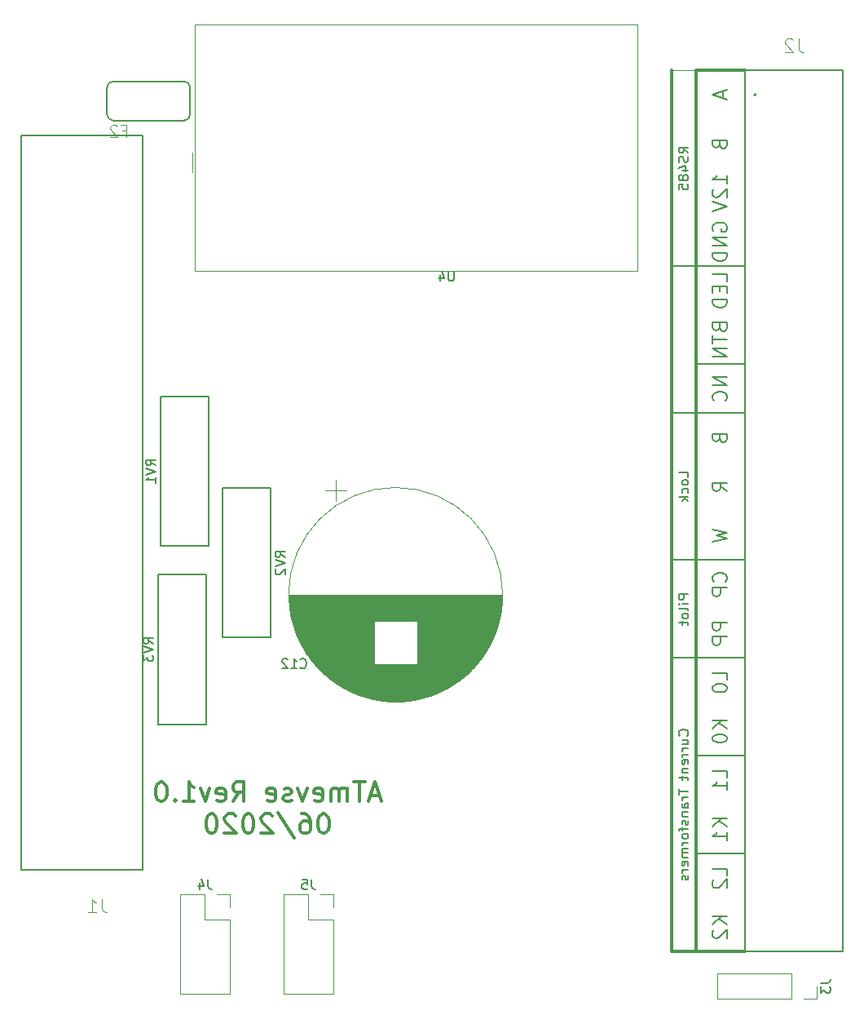
<source format=gbr>
G04 #@! TF.GenerationSoftware,KiCad,Pcbnew,(5.1.5)-3*
G04 #@! TF.CreationDate,2020-06-10T11:45:35+02:00*
G04 #@! TF.ProjectId,atmevse,61746d65-7673-4652-9e6b-696361645f70,rev?*
G04 #@! TF.SameCoordinates,Original*
G04 #@! TF.FileFunction,Legend,Bot*
G04 #@! TF.FilePolarity,Positive*
%FSLAX46Y46*%
G04 Gerber Fmt 4.6, Leading zero omitted, Abs format (unit mm)*
G04 Created by KiCad (PCBNEW (5.1.5)-3) date 2020-06-10 11:45:35*
%MOMM*%
%LPD*%
G04 APERTURE LIST*
%ADD10C,0.300000*%
%ADD11C,0.127000*%
%ADD12C,0.120000*%
%ADD13C,0.150000*%
%ADD14C,0.152400*%
%ADD15C,0.200000*%
%ADD16C,0.015000*%
%ADD17C,0.120650*%
G04 APERTURE END LIST*
D10*
X143619047Y-124433333D02*
X142666666Y-124433333D01*
X143809523Y-125004761D02*
X143142857Y-123004761D01*
X142476190Y-125004761D01*
X142095238Y-123004761D02*
X140952380Y-123004761D01*
X141523809Y-125004761D02*
X141523809Y-123004761D01*
X140285714Y-125004761D02*
X140285714Y-123671428D01*
X140285714Y-123861904D02*
X140190476Y-123766666D01*
X140000000Y-123671428D01*
X139714285Y-123671428D01*
X139523809Y-123766666D01*
X139428571Y-123957142D01*
X139428571Y-125004761D01*
X139428571Y-123957142D02*
X139333333Y-123766666D01*
X139142857Y-123671428D01*
X138857142Y-123671428D01*
X138666666Y-123766666D01*
X138571428Y-123957142D01*
X138571428Y-125004761D01*
X136857142Y-124909523D02*
X137047619Y-125004761D01*
X137428571Y-125004761D01*
X137619047Y-124909523D01*
X137714285Y-124719047D01*
X137714285Y-123957142D01*
X137619047Y-123766666D01*
X137428571Y-123671428D01*
X137047619Y-123671428D01*
X136857142Y-123766666D01*
X136761904Y-123957142D01*
X136761904Y-124147619D01*
X137714285Y-124338095D01*
X136095238Y-123671428D02*
X135619047Y-125004761D01*
X135142857Y-123671428D01*
X134476190Y-124909523D02*
X134285714Y-125004761D01*
X133904761Y-125004761D01*
X133714285Y-124909523D01*
X133619047Y-124719047D01*
X133619047Y-124623809D01*
X133714285Y-124433333D01*
X133904761Y-124338095D01*
X134190476Y-124338095D01*
X134380952Y-124242857D01*
X134476190Y-124052380D01*
X134476190Y-123957142D01*
X134380952Y-123766666D01*
X134190476Y-123671428D01*
X133904761Y-123671428D01*
X133714285Y-123766666D01*
X132000000Y-124909523D02*
X132190476Y-125004761D01*
X132571428Y-125004761D01*
X132761904Y-124909523D01*
X132857142Y-124719047D01*
X132857142Y-123957142D01*
X132761904Y-123766666D01*
X132571428Y-123671428D01*
X132190476Y-123671428D01*
X132000000Y-123766666D01*
X131904761Y-123957142D01*
X131904761Y-124147619D01*
X132857142Y-124338095D01*
X128380952Y-125004761D02*
X129047619Y-124052380D01*
X129523809Y-125004761D02*
X129523809Y-123004761D01*
X128761904Y-123004761D01*
X128571428Y-123100000D01*
X128476190Y-123195238D01*
X128380952Y-123385714D01*
X128380952Y-123671428D01*
X128476190Y-123861904D01*
X128571428Y-123957142D01*
X128761904Y-124052380D01*
X129523809Y-124052380D01*
X126761904Y-124909523D02*
X126952380Y-125004761D01*
X127333333Y-125004761D01*
X127523809Y-124909523D01*
X127619047Y-124719047D01*
X127619047Y-123957142D01*
X127523809Y-123766666D01*
X127333333Y-123671428D01*
X126952380Y-123671428D01*
X126761904Y-123766666D01*
X126666666Y-123957142D01*
X126666666Y-124147619D01*
X127619047Y-124338095D01*
X126000000Y-123671428D02*
X125523809Y-125004761D01*
X125047619Y-123671428D01*
X123238095Y-125004761D02*
X124380952Y-125004761D01*
X123809523Y-125004761D02*
X123809523Y-123004761D01*
X124000000Y-123290476D01*
X124190476Y-123480952D01*
X124380952Y-123576190D01*
X122380952Y-124814285D02*
X122285714Y-124909523D01*
X122380952Y-125004761D01*
X122476190Y-124909523D01*
X122380952Y-124814285D01*
X122380952Y-125004761D01*
X121047619Y-123004761D02*
X120857142Y-123004761D01*
X120666666Y-123100000D01*
X120571428Y-123195238D01*
X120476190Y-123385714D01*
X120380952Y-123766666D01*
X120380952Y-124242857D01*
X120476190Y-124623809D01*
X120571428Y-124814285D01*
X120666666Y-124909523D01*
X120857142Y-125004761D01*
X121047619Y-125004761D01*
X121238095Y-124909523D01*
X121333333Y-124814285D01*
X121428571Y-124623809D01*
X121523809Y-124242857D01*
X121523809Y-123766666D01*
X121428571Y-123385714D01*
X121333333Y-123195238D01*
X121238095Y-123100000D01*
X121047619Y-123004761D01*
X137904761Y-126304761D02*
X137714285Y-126304761D01*
X137523809Y-126400000D01*
X137428571Y-126495238D01*
X137333333Y-126685714D01*
X137238095Y-127066666D01*
X137238095Y-127542857D01*
X137333333Y-127923809D01*
X137428571Y-128114285D01*
X137523809Y-128209523D01*
X137714285Y-128304761D01*
X137904761Y-128304761D01*
X138095238Y-128209523D01*
X138190476Y-128114285D01*
X138285714Y-127923809D01*
X138380952Y-127542857D01*
X138380952Y-127066666D01*
X138285714Y-126685714D01*
X138190476Y-126495238D01*
X138095238Y-126400000D01*
X137904761Y-126304761D01*
X135523809Y-126304761D02*
X135904761Y-126304761D01*
X136095238Y-126400000D01*
X136190476Y-126495238D01*
X136380952Y-126780952D01*
X136476190Y-127161904D01*
X136476190Y-127923809D01*
X136380952Y-128114285D01*
X136285714Y-128209523D01*
X136095238Y-128304761D01*
X135714285Y-128304761D01*
X135523809Y-128209523D01*
X135428571Y-128114285D01*
X135333333Y-127923809D01*
X135333333Y-127447619D01*
X135428571Y-127257142D01*
X135523809Y-127161904D01*
X135714285Y-127066666D01*
X136095238Y-127066666D01*
X136285714Y-127161904D01*
X136380952Y-127257142D01*
X136476190Y-127447619D01*
X133047619Y-126209523D02*
X134761904Y-128780952D01*
X132476190Y-126495238D02*
X132380952Y-126400000D01*
X132190476Y-126304761D01*
X131714285Y-126304761D01*
X131523809Y-126400000D01*
X131428571Y-126495238D01*
X131333333Y-126685714D01*
X131333333Y-126876190D01*
X131428571Y-127161904D01*
X132571428Y-128304761D01*
X131333333Y-128304761D01*
X130095238Y-126304761D02*
X129904761Y-126304761D01*
X129714285Y-126400000D01*
X129619047Y-126495238D01*
X129523809Y-126685714D01*
X129428571Y-127066666D01*
X129428571Y-127542857D01*
X129523809Y-127923809D01*
X129619047Y-128114285D01*
X129714285Y-128209523D01*
X129904761Y-128304761D01*
X130095238Y-128304761D01*
X130285714Y-128209523D01*
X130380952Y-128114285D01*
X130476190Y-127923809D01*
X130571428Y-127542857D01*
X130571428Y-127066666D01*
X130476190Y-126685714D01*
X130380952Y-126495238D01*
X130285714Y-126400000D01*
X130095238Y-126304761D01*
X128666666Y-126495238D02*
X128571428Y-126400000D01*
X128380952Y-126304761D01*
X127904761Y-126304761D01*
X127714285Y-126400000D01*
X127619047Y-126495238D01*
X127523809Y-126685714D01*
X127523809Y-126876190D01*
X127619047Y-127161904D01*
X128761904Y-128304761D01*
X127523809Y-128304761D01*
X126285714Y-126304761D02*
X126095238Y-126304761D01*
X125904761Y-126400000D01*
X125809523Y-126495238D01*
X125714285Y-126685714D01*
X125619047Y-127066666D01*
X125619047Y-127542857D01*
X125714285Y-127923809D01*
X125809523Y-128114285D01*
X125904761Y-128209523D01*
X126095238Y-128304761D01*
X126285714Y-128304761D01*
X126476190Y-128209523D01*
X126571428Y-128114285D01*
X126666666Y-127923809D01*
X126761904Y-127542857D01*
X126761904Y-127066666D01*
X126666666Y-126685714D01*
X126571428Y-126495238D01*
X126476190Y-126400000D01*
X126285714Y-126304761D01*
D11*
X106400000Y-55880000D02*
X106400000Y-132080000D01*
X119000000Y-132080000D02*
X119000000Y-55880000D01*
X119000000Y-55880000D02*
X106400000Y-55880000D01*
X106400000Y-132080000D02*
X119000000Y-132080000D01*
D12*
X156408000Y-103552000D02*
G75*
G03X156408000Y-103552000I-11120000J0D01*
G01*
X134207000Y-103552000D02*
X156369000Y-103552000D01*
X134208000Y-103592000D02*
X156368000Y-103592000D01*
X134208000Y-103632000D02*
X156368000Y-103632000D01*
X134208000Y-103672000D02*
X156368000Y-103672000D01*
X134209000Y-103712000D02*
X156367000Y-103712000D01*
X134209000Y-103752000D02*
X156367000Y-103752000D01*
X134210000Y-103792000D02*
X156366000Y-103792000D01*
X134211000Y-103832000D02*
X156365000Y-103832000D01*
X134212000Y-103872000D02*
X156364000Y-103872000D01*
X134213000Y-103912000D02*
X156363000Y-103912000D01*
X134215000Y-103952000D02*
X156361000Y-103952000D01*
X134216000Y-103992000D02*
X156360000Y-103992000D01*
X134218000Y-104032000D02*
X156358000Y-104032000D01*
X134220000Y-104072000D02*
X156356000Y-104072000D01*
X134222000Y-104112000D02*
X156354000Y-104112000D01*
X134224000Y-104152000D02*
X156352000Y-104152000D01*
X134226000Y-104192000D02*
X156350000Y-104192000D01*
X134228000Y-104232000D02*
X156348000Y-104232000D01*
X134231000Y-104273000D02*
X156345000Y-104273000D01*
X134234000Y-104313000D02*
X156342000Y-104313000D01*
X134236000Y-104353000D02*
X156340000Y-104353000D01*
X134239000Y-104393000D02*
X156337000Y-104393000D01*
X134242000Y-104433000D02*
X156334000Y-104433000D01*
X134246000Y-104473000D02*
X156330000Y-104473000D01*
X134249000Y-104513000D02*
X156327000Y-104513000D01*
X134253000Y-104553000D02*
X156323000Y-104553000D01*
X134256000Y-104593000D02*
X156320000Y-104593000D01*
X134260000Y-104633000D02*
X156316000Y-104633000D01*
X134264000Y-104673000D02*
X156312000Y-104673000D01*
X134268000Y-104713000D02*
X156308000Y-104713000D01*
X134272000Y-104753000D02*
X156304000Y-104753000D01*
X134277000Y-104793000D02*
X156299000Y-104793000D01*
X134281000Y-104833000D02*
X156295000Y-104833000D01*
X134286000Y-104873000D02*
X156290000Y-104873000D01*
X134291000Y-104913000D02*
X156285000Y-104913000D01*
X134296000Y-104953000D02*
X156280000Y-104953000D01*
X134301000Y-104993000D02*
X156275000Y-104993000D01*
X134306000Y-105033000D02*
X156270000Y-105033000D01*
X134312000Y-105073000D02*
X156264000Y-105073000D01*
X134317000Y-105113000D02*
X156259000Y-105113000D01*
X134323000Y-105153000D02*
X156253000Y-105153000D01*
X134329000Y-105193000D02*
X156247000Y-105193000D01*
X134335000Y-105233000D02*
X156241000Y-105233000D01*
X134341000Y-105273000D02*
X156235000Y-105273000D01*
X134348000Y-105313000D02*
X156228000Y-105313000D01*
X134354000Y-105353000D02*
X156222000Y-105353000D01*
X134361000Y-105393000D02*
X156215000Y-105393000D01*
X134368000Y-105433000D02*
X156208000Y-105433000D01*
X134375000Y-105473000D02*
X156201000Y-105473000D01*
X134382000Y-105513000D02*
X156194000Y-105513000D01*
X134389000Y-105553000D02*
X156187000Y-105553000D01*
X134396000Y-105593000D02*
X156180000Y-105593000D01*
X134404000Y-105633000D02*
X156172000Y-105633000D01*
X134411000Y-105673000D02*
X156165000Y-105673000D01*
X134419000Y-105713000D02*
X156157000Y-105713000D01*
X134427000Y-105753000D02*
X156149000Y-105753000D01*
X134435000Y-105793000D02*
X156141000Y-105793000D01*
X134444000Y-105833000D02*
X156132000Y-105833000D01*
X134452000Y-105873000D02*
X156124000Y-105873000D01*
X134461000Y-105913000D02*
X156115000Y-105913000D01*
X134470000Y-105953000D02*
X156106000Y-105953000D01*
X134479000Y-105993000D02*
X156097000Y-105993000D01*
X134488000Y-106033000D02*
X156088000Y-106033000D01*
X134497000Y-106073000D02*
X156079000Y-106073000D01*
X134506000Y-106113000D02*
X156070000Y-106113000D01*
X134516000Y-106153000D02*
X156060000Y-106153000D01*
X134525000Y-106193000D02*
X156051000Y-106193000D01*
X134535000Y-106233000D02*
X156041000Y-106233000D01*
X134545000Y-106273000D02*
X156031000Y-106273000D01*
X134555000Y-106313000D02*
X143048000Y-106313000D01*
X147528000Y-106313000D02*
X156021000Y-106313000D01*
X134566000Y-106353000D02*
X143048000Y-106353000D01*
X147528000Y-106353000D02*
X156010000Y-106353000D01*
X134576000Y-106393000D02*
X143048000Y-106393000D01*
X147528000Y-106393000D02*
X156000000Y-106393000D01*
X134587000Y-106433000D02*
X143048000Y-106433000D01*
X147528000Y-106433000D02*
X155989000Y-106433000D01*
X134598000Y-106473000D02*
X143048000Y-106473000D01*
X147528000Y-106473000D02*
X155978000Y-106473000D01*
X134609000Y-106513000D02*
X143048000Y-106513000D01*
X147528000Y-106513000D02*
X155967000Y-106513000D01*
X134620000Y-106553000D02*
X143048000Y-106553000D01*
X147528000Y-106553000D02*
X155956000Y-106553000D01*
X134631000Y-106593000D02*
X143048000Y-106593000D01*
X147528000Y-106593000D02*
X155945000Y-106593000D01*
X134643000Y-106633000D02*
X143048000Y-106633000D01*
X147528000Y-106633000D02*
X155933000Y-106633000D01*
X134654000Y-106673000D02*
X143048000Y-106673000D01*
X147528000Y-106673000D02*
X155922000Y-106673000D01*
X134666000Y-106713000D02*
X143048000Y-106713000D01*
X147528000Y-106713000D02*
X155910000Y-106713000D01*
X134678000Y-106753000D02*
X143048000Y-106753000D01*
X147528000Y-106753000D02*
X155898000Y-106753000D01*
X134690000Y-106793000D02*
X143048000Y-106793000D01*
X147528000Y-106793000D02*
X155886000Y-106793000D01*
X134702000Y-106833000D02*
X143048000Y-106833000D01*
X147528000Y-106833000D02*
X155874000Y-106833000D01*
X134715000Y-106873000D02*
X143048000Y-106873000D01*
X147528000Y-106873000D02*
X155861000Y-106873000D01*
X134727000Y-106913000D02*
X143048000Y-106913000D01*
X147528000Y-106913000D02*
X155849000Y-106913000D01*
X134740000Y-106953000D02*
X143048000Y-106953000D01*
X147528000Y-106953000D02*
X155836000Y-106953000D01*
X134753000Y-106993000D02*
X143048000Y-106993000D01*
X147528000Y-106993000D02*
X155823000Y-106993000D01*
X134766000Y-107033000D02*
X143048000Y-107033000D01*
X147528000Y-107033000D02*
X155810000Y-107033000D01*
X134779000Y-107073000D02*
X143048000Y-107073000D01*
X147528000Y-107073000D02*
X155797000Y-107073000D01*
X134793000Y-107113000D02*
X143048000Y-107113000D01*
X147528000Y-107113000D02*
X155783000Y-107113000D01*
X134806000Y-107153000D02*
X143048000Y-107153000D01*
X147528000Y-107153000D02*
X155770000Y-107153000D01*
X134820000Y-107193000D02*
X143048000Y-107193000D01*
X147528000Y-107193000D02*
X155756000Y-107193000D01*
X134834000Y-107233000D02*
X143048000Y-107233000D01*
X147528000Y-107233000D02*
X155742000Y-107233000D01*
X134848000Y-107273000D02*
X143048000Y-107273000D01*
X147528000Y-107273000D02*
X155728000Y-107273000D01*
X134862000Y-107313000D02*
X143048000Y-107313000D01*
X147528000Y-107313000D02*
X155714000Y-107313000D01*
X134877000Y-107353000D02*
X143048000Y-107353000D01*
X147528000Y-107353000D02*
X155699000Y-107353000D01*
X134892000Y-107393000D02*
X143048000Y-107393000D01*
X147528000Y-107393000D02*
X155684000Y-107393000D01*
X134906000Y-107433000D02*
X143048000Y-107433000D01*
X147528000Y-107433000D02*
X155670000Y-107433000D01*
X134921000Y-107473000D02*
X143048000Y-107473000D01*
X147528000Y-107473000D02*
X155655000Y-107473000D01*
X134937000Y-107513000D02*
X143048000Y-107513000D01*
X147528000Y-107513000D02*
X155639000Y-107513000D01*
X134952000Y-107553000D02*
X143048000Y-107553000D01*
X147528000Y-107553000D02*
X155624000Y-107553000D01*
X134967000Y-107593000D02*
X143048000Y-107593000D01*
X147528000Y-107593000D02*
X155609000Y-107593000D01*
X134983000Y-107633000D02*
X143048000Y-107633000D01*
X147528000Y-107633000D02*
X155593000Y-107633000D01*
X134999000Y-107673000D02*
X143048000Y-107673000D01*
X147528000Y-107673000D02*
X155577000Y-107673000D01*
X135015000Y-107713000D02*
X143048000Y-107713000D01*
X147528000Y-107713000D02*
X155561000Y-107713000D01*
X135031000Y-107753000D02*
X143048000Y-107753000D01*
X147528000Y-107753000D02*
X155545000Y-107753000D01*
X135048000Y-107793000D02*
X143048000Y-107793000D01*
X147528000Y-107793000D02*
X155528000Y-107793000D01*
X135064000Y-107833000D02*
X143048000Y-107833000D01*
X147528000Y-107833000D02*
X155512000Y-107833000D01*
X135081000Y-107873000D02*
X143048000Y-107873000D01*
X147528000Y-107873000D02*
X155495000Y-107873000D01*
X135098000Y-107913000D02*
X143048000Y-107913000D01*
X147528000Y-107913000D02*
X155478000Y-107913000D01*
X135115000Y-107953000D02*
X143048000Y-107953000D01*
X147528000Y-107953000D02*
X155461000Y-107953000D01*
X135132000Y-107993000D02*
X143048000Y-107993000D01*
X147528000Y-107993000D02*
X155444000Y-107993000D01*
X135150000Y-108033000D02*
X143048000Y-108033000D01*
X147528000Y-108033000D02*
X155426000Y-108033000D01*
X135168000Y-108073000D02*
X143048000Y-108073000D01*
X147528000Y-108073000D02*
X155408000Y-108073000D01*
X135185000Y-108113000D02*
X143048000Y-108113000D01*
X147528000Y-108113000D02*
X155391000Y-108113000D01*
X135204000Y-108153000D02*
X143048000Y-108153000D01*
X147528000Y-108153000D02*
X155372000Y-108153000D01*
X135222000Y-108193000D02*
X143048000Y-108193000D01*
X147528000Y-108193000D02*
X155354000Y-108193000D01*
X135240000Y-108233000D02*
X143048000Y-108233000D01*
X147528000Y-108233000D02*
X155336000Y-108233000D01*
X135259000Y-108273000D02*
X143048000Y-108273000D01*
X147528000Y-108273000D02*
X155317000Y-108273000D01*
X135278000Y-108313000D02*
X143048000Y-108313000D01*
X147528000Y-108313000D02*
X155298000Y-108313000D01*
X135297000Y-108353000D02*
X143048000Y-108353000D01*
X147528000Y-108353000D02*
X155279000Y-108353000D01*
X135316000Y-108393000D02*
X143048000Y-108393000D01*
X147528000Y-108393000D02*
X155260000Y-108393000D01*
X135336000Y-108433000D02*
X143048000Y-108433000D01*
X147528000Y-108433000D02*
X155240000Y-108433000D01*
X135355000Y-108473000D02*
X143048000Y-108473000D01*
X147528000Y-108473000D02*
X155221000Y-108473000D01*
X135375000Y-108513000D02*
X143048000Y-108513000D01*
X147528000Y-108513000D02*
X155201000Y-108513000D01*
X135395000Y-108553000D02*
X143048000Y-108553000D01*
X147528000Y-108553000D02*
X155181000Y-108553000D01*
X135415000Y-108593000D02*
X143048000Y-108593000D01*
X147528000Y-108593000D02*
X155161000Y-108593000D01*
X135436000Y-108633000D02*
X143048000Y-108633000D01*
X147528000Y-108633000D02*
X155140000Y-108633000D01*
X135456000Y-108673000D02*
X143048000Y-108673000D01*
X147528000Y-108673000D02*
X155120000Y-108673000D01*
X135477000Y-108713000D02*
X143048000Y-108713000D01*
X147528000Y-108713000D02*
X155099000Y-108713000D01*
X135498000Y-108753000D02*
X143048000Y-108753000D01*
X147528000Y-108753000D02*
X155078000Y-108753000D01*
X135520000Y-108793000D02*
X143048000Y-108793000D01*
X147528000Y-108793000D02*
X155056000Y-108793000D01*
X135541000Y-108833000D02*
X143048000Y-108833000D01*
X147528000Y-108833000D02*
X155035000Y-108833000D01*
X135563000Y-108873000D02*
X143048000Y-108873000D01*
X147528000Y-108873000D02*
X155013000Y-108873000D01*
X135585000Y-108913000D02*
X143048000Y-108913000D01*
X147528000Y-108913000D02*
X154991000Y-108913000D01*
X135607000Y-108953000D02*
X143048000Y-108953000D01*
X147528000Y-108953000D02*
X154969000Y-108953000D01*
X135629000Y-108993000D02*
X143048000Y-108993000D01*
X147528000Y-108993000D02*
X154947000Y-108993000D01*
X135652000Y-109033000D02*
X143048000Y-109033000D01*
X147528000Y-109033000D02*
X154924000Y-109033000D01*
X135674000Y-109073000D02*
X143048000Y-109073000D01*
X147528000Y-109073000D02*
X154902000Y-109073000D01*
X135697000Y-109113000D02*
X143048000Y-109113000D01*
X147528000Y-109113000D02*
X154879000Y-109113000D01*
X135721000Y-109153000D02*
X143048000Y-109153000D01*
X147528000Y-109153000D02*
X154855000Y-109153000D01*
X135744000Y-109193000D02*
X143048000Y-109193000D01*
X147528000Y-109193000D02*
X154832000Y-109193000D01*
X135768000Y-109233000D02*
X143048000Y-109233000D01*
X147528000Y-109233000D02*
X154808000Y-109233000D01*
X135791000Y-109273000D02*
X143048000Y-109273000D01*
X147528000Y-109273000D02*
X154785000Y-109273000D01*
X135816000Y-109313000D02*
X143048000Y-109313000D01*
X147528000Y-109313000D02*
X154760000Y-109313000D01*
X135840000Y-109353000D02*
X143048000Y-109353000D01*
X147528000Y-109353000D02*
X154736000Y-109353000D01*
X135864000Y-109393000D02*
X143048000Y-109393000D01*
X147528000Y-109393000D02*
X154712000Y-109393000D01*
X135889000Y-109433000D02*
X143048000Y-109433000D01*
X147528000Y-109433000D02*
X154687000Y-109433000D01*
X135914000Y-109473000D02*
X143048000Y-109473000D01*
X147528000Y-109473000D02*
X154662000Y-109473000D01*
X135940000Y-109513000D02*
X143048000Y-109513000D01*
X147528000Y-109513000D02*
X154636000Y-109513000D01*
X135965000Y-109553000D02*
X143048000Y-109553000D01*
X147528000Y-109553000D02*
X154611000Y-109553000D01*
X135991000Y-109593000D02*
X143048000Y-109593000D01*
X147528000Y-109593000D02*
X154585000Y-109593000D01*
X136017000Y-109633000D02*
X143048000Y-109633000D01*
X147528000Y-109633000D02*
X154559000Y-109633000D01*
X136043000Y-109673000D02*
X143048000Y-109673000D01*
X147528000Y-109673000D02*
X154533000Y-109673000D01*
X136070000Y-109713000D02*
X143048000Y-109713000D01*
X147528000Y-109713000D02*
X154506000Y-109713000D01*
X136096000Y-109753000D02*
X143048000Y-109753000D01*
X147528000Y-109753000D02*
X154480000Y-109753000D01*
X136123000Y-109793000D02*
X143048000Y-109793000D01*
X147528000Y-109793000D02*
X154453000Y-109793000D01*
X136151000Y-109833000D02*
X143048000Y-109833000D01*
X147528000Y-109833000D02*
X154425000Y-109833000D01*
X136178000Y-109873000D02*
X143048000Y-109873000D01*
X147528000Y-109873000D02*
X154398000Y-109873000D01*
X136206000Y-109913000D02*
X143048000Y-109913000D01*
X147528000Y-109913000D02*
X154370000Y-109913000D01*
X136234000Y-109953000D02*
X143048000Y-109953000D01*
X147528000Y-109953000D02*
X154342000Y-109953000D01*
X136262000Y-109993000D02*
X143048000Y-109993000D01*
X147528000Y-109993000D02*
X154314000Y-109993000D01*
X136291000Y-110033000D02*
X143048000Y-110033000D01*
X147528000Y-110033000D02*
X154285000Y-110033000D01*
X136320000Y-110073000D02*
X143048000Y-110073000D01*
X147528000Y-110073000D02*
X154256000Y-110073000D01*
X136349000Y-110113000D02*
X143048000Y-110113000D01*
X147528000Y-110113000D02*
X154227000Y-110113000D01*
X136378000Y-110153000D02*
X143048000Y-110153000D01*
X147528000Y-110153000D02*
X154198000Y-110153000D01*
X136408000Y-110193000D02*
X143048000Y-110193000D01*
X147528000Y-110193000D02*
X154168000Y-110193000D01*
X136438000Y-110233000D02*
X143048000Y-110233000D01*
X147528000Y-110233000D02*
X154138000Y-110233000D01*
X136468000Y-110273000D02*
X143048000Y-110273000D01*
X147528000Y-110273000D02*
X154108000Y-110273000D01*
X136498000Y-110313000D02*
X143048000Y-110313000D01*
X147528000Y-110313000D02*
X154078000Y-110313000D01*
X136529000Y-110353000D02*
X143048000Y-110353000D01*
X147528000Y-110353000D02*
X154047000Y-110353000D01*
X136560000Y-110393000D02*
X143048000Y-110393000D01*
X147528000Y-110393000D02*
X154016000Y-110393000D01*
X136591000Y-110433000D02*
X143048000Y-110433000D01*
X147528000Y-110433000D02*
X153985000Y-110433000D01*
X136623000Y-110473000D02*
X143048000Y-110473000D01*
X147528000Y-110473000D02*
X153953000Y-110473000D01*
X136655000Y-110513000D02*
X143048000Y-110513000D01*
X147528000Y-110513000D02*
X153921000Y-110513000D01*
X136687000Y-110553000D02*
X143048000Y-110553000D01*
X147528000Y-110553000D02*
X153889000Y-110553000D01*
X136720000Y-110593000D02*
X143048000Y-110593000D01*
X147528000Y-110593000D02*
X153856000Y-110593000D01*
X136753000Y-110633000D02*
X143048000Y-110633000D01*
X147528000Y-110633000D02*
X153823000Y-110633000D01*
X136786000Y-110673000D02*
X143048000Y-110673000D01*
X147528000Y-110673000D02*
X153790000Y-110673000D01*
X136819000Y-110713000D02*
X143048000Y-110713000D01*
X147528000Y-110713000D02*
X153757000Y-110713000D01*
X136853000Y-110753000D02*
X143048000Y-110753000D01*
X147528000Y-110753000D02*
X153723000Y-110753000D01*
X136887000Y-110793000D02*
X153689000Y-110793000D01*
X136922000Y-110833000D02*
X153654000Y-110833000D01*
X136957000Y-110873000D02*
X153619000Y-110873000D01*
X136992000Y-110913000D02*
X153584000Y-110913000D01*
X137027000Y-110953000D02*
X153549000Y-110953000D01*
X137063000Y-110993000D02*
X153513000Y-110993000D01*
X137099000Y-111033000D02*
X153477000Y-111033000D01*
X137136000Y-111073000D02*
X153440000Y-111073000D01*
X137173000Y-111113000D02*
X153403000Y-111113000D01*
X137210000Y-111153000D02*
X153366000Y-111153000D01*
X137248000Y-111193000D02*
X153328000Y-111193000D01*
X137286000Y-111233000D02*
X153290000Y-111233000D01*
X137324000Y-111273000D02*
X153252000Y-111273000D01*
X137363000Y-111313000D02*
X153213000Y-111313000D01*
X137402000Y-111353000D02*
X153174000Y-111353000D01*
X137442000Y-111393000D02*
X153134000Y-111393000D01*
X137481000Y-111433000D02*
X153095000Y-111433000D01*
X137522000Y-111473000D02*
X153054000Y-111473000D01*
X137563000Y-111513000D02*
X153013000Y-111513000D01*
X137604000Y-111553000D02*
X152972000Y-111553000D01*
X137646000Y-111593000D02*
X152930000Y-111593000D01*
X137688000Y-111633000D02*
X152888000Y-111633000D01*
X137730000Y-111673000D02*
X152846000Y-111673000D01*
X137773000Y-111713000D02*
X152803000Y-111713000D01*
X137817000Y-111752000D02*
X152759000Y-111752000D01*
X137860000Y-111792000D02*
X152716000Y-111792000D01*
X137905000Y-111832000D02*
X152671000Y-111832000D01*
X137950000Y-111872000D02*
X152626000Y-111872000D01*
X137995000Y-111912000D02*
X152581000Y-111912000D01*
X138041000Y-111952000D02*
X152535000Y-111952000D01*
X138087000Y-111992000D02*
X152489000Y-111992000D01*
X138134000Y-112032000D02*
X152442000Y-112032000D01*
X138182000Y-112072000D02*
X152394000Y-112072000D01*
X138230000Y-112112000D02*
X152346000Y-112112000D01*
X138278000Y-112152000D02*
X152298000Y-112152000D01*
X138327000Y-112192000D02*
X152249000Y-112192000D01*
X138377000Y-112232000D02*
X152199000Y-112232000D01*
X138427000Y-112272000D02*
X152149000Y-112272000D01*
X138478000Y-112312000D02*
X152098000Y-112312000D01*
X138529000Y-112352000D02*
X152047000Y-112352000D01*
X138581000Y-112392000D02*
X151995000Y-112392000D01*
X138634000Y-112432000D02*
X151942000Y-112432000D01*
X138688000Y-112472000D02*
X151888000Y-112472000D01*
X138742000Y-112512000D02*
X151834000Y-112512000D01*
X138796000Y-112552000D02*
X151780000Y-112552000D01*
X138852000Y-112592000D02*
X151724000Y-112592000D01*
X138908000Y-112632000D02*
X151668000Y-112632000D01*
X138965000Y-112672000D02*
X151611000Y-112672000D01*
X139023000Y-112712000D02*
X151553000Y-112712000D01*
X139081000Y-112752000D02*
X151495000Y-112752000D01*
X139141000Y-112792000D02*
X151435000Y-112792000D01*
X139201000Y-112832000D02*
X151375000Y-112832000D01*
X139262000Y-112872000D02*
X151314000Y-112872000D01*
X139324000Y-112912000D02*
X151252000Y-112912000D01*
X139387000Y-112952000D02*
X151189000Y-112952000D01*
X139450000Y-112992000D02*
X151126000Y-112992000D01*
X139515000Y-113032000D02*
X151061000Y-113032000D01*
X139581000Y-113072000D02*
X150995000Y-113072000D01*
X139648000Y-113112000D02*
X150928000Y-113112000D01*
X139716000Y-113152000D02*
X150860000Y-113152000D01*
X139785000Y-113192000D02*
X150791000Y-113192000D01*
X139855000Y-113232000D02*
X150721000Y-113232000D01*
X139926000Y-113272000D02*
X150650000Y-113272000D01*
X139999000Y-113312000D02*
X150577000Y-113312000D01*
X140073000Y-113352000D02*
X150503000Y-113352000D01*
X140148000Y-113392000D02*
X150428000Y-113392000D01*
X140225000Y-113432000D02*
X150351000Y-113432000D01*
X140303000Y-113472000D02*
X150273000Y-113472000D01*
X140383000Y-113512000D02*
X150193000Y-113512000D01*
X140464000Y-113552000D02*
X150112000Y-113552000D01*
X140547000Y-113592000D02*
X150029000Y-113592000D01*
X140632000Y-113632000D02*
X149944000Y-113632000D01*
X140719000Y-113672000D02*
X149857000Y-113672000D01*
X140808000Y-113712000D02*
X149768000Y-113712000D01*
X140899000Y-113752000D02*
X149677000Y-113752000D01*
X140992000Y-113792000D02*
X149584000Y-113792000D01*
X141088000Y-113832000D02*
X149488000Y-113832000D01*
X141186000Y-113872000D02*
X149390000Y-113872000D01*
X141287000Y-113912000D02*
X149289000Y-113912000D01*
X141391000Y-113952000D02*
X149185000Y-113952000D01*
X141499000Y-113992000D02*
X149077000Y-113992000D01*
X141609000Y-114032000D02*
X148967000Y-114032000D01*
X141724000Y-114072000D02*
X148852000Y-114072000D01*
X141843000Y-114112000D02*
X148733000Y-114112000D01*
X141967000Y-114152000D02*
X148609000Y-114152000D01*
X142096000Y-114192000D02*
X148480000Y-114192000D01*
X142230000Y-114232000D02*
X148346000Y-114232000D01*
X142372000Y-114272000D02*
X148204000Y-114272000D01*
X142521000Y-114312000D02*
X148055000Y-114312000D01*
X142679000Y-114352000D02*
X147897000Y-114352000D01*
X142848000Y-114392000D02*
X147728000Y-114392000D01*
X143030000Y-114432000D02*
X147546000Y-114432000D01*
X143228000Y-114472000D02*
X147348000Y-114472000D01*
X143448000Y-114512000D02*
X147128000Y-114512000D01*
X143698000Y-114552000D02*
X146878000Y-114552000D01*
X143996000Y-114592000D02*
X146580000Y-114592000D01*
X144385000Y-114632000D02*
X146191000Y-114632000D01*
X145248000Y-114672000D02*
X145328000Y-114672000D01*
X139053000Y-91652663D02*
X139053000Y-93852663D01*
X137953000Y-92752663D02*
X140153000Y-92752663D01*
D13*
X120900000Y-98500000D02*
X120900000Y-83000000D01*
X125900000Y-98500000D02*
X125900000Y-83000000D01*
X125900000Y-83000000D02*
X120900000Y-83000000D01*
X125900000Y-98500000D02*
X120900000Y-98500000D01*
D14*
X115316000Y-50927000D02*
G75*
G02X115951000Y-50292000I635000J0D01*
G01*
X115316000Y-53721000D02*
G75*
G03X115951000Y-54356000I635000J0D01*
G01*
X123317000Y-54356000D02*
G75*
G03X123952000Y-53721000I0J635000D01*
G01*
X123317000Y-50292000D02*
G75*
G02X123952000Y-50927000I0J-635000D01*
G01*
X115951000Y-50292000D02*
X123317000Y-50292000D01*
X123952000Y-50927000D02*
X123952000Y-53721000D01*
X123317000Y-54356000D02*
X115951000Y-54356000D01*
X115316000Y-53721000D02*
X115316000Y-50927000D01*
D15*
X182712000Y-51688000D02*
G75*
G03X182712000Y-51688000I-100000J0D01*
G01*
D11*
X191772000Y-140588000D02*
X191772000Y-49148000D01*
X181572000Y-49148000D02*
X181572000Y-140588000D01*
X181572000Y-140588000D02*
X191772000Y-140588000D01*
X191772000Y-49148000D02*
X181572000Y-49148000D01*
D10*
X181572000Y-49148000D02*
X176512000Y-49148000D01*
X176512000Y-49148000D02*
X176512000Y-140588000D01*
X176512000Y-140588000D02*
X181572000Y-140588000D01*
D15*
X176512000Y-69468000D02*
X181592000Y-69468000D01*
X176512000Y-79628000D02*
X181592000Y-79628000D01*
X176512000Y-84708000D02*
X181592000Y-84708000D01*
X176512000Y-99948000D02*
X181592000Y-99948000D01*
X176512000Y-110108000D02*
X181592000Y-110108000D01*
X176512000Y-120268000D02*
X181592000Y-120268000D01*
X176512000Y-130428000D02*
X181592000Y-130428000D01*
D12*
X176512000Y-49148000D02*
X173972000Y-49148000D01*
D10*
X173972000Y-49148000D02*
X173972000Y-140588000D01*
X173972000Y-140588000D02*
X176512000Y-140588000D01*
D15*
X173972000Y-110108000D02*
X176512000Y-110108000D01*
X173972000Y-99948000D02*
X176512000Y-99948000D01*
X173972000Y-84708000D02*
X176512000Y-84708000D01*
X173972000Y-69468000D02*
X176512000Y-69468000D01*
D12*
X178722000Y-145518000D02*
X178722000Y-142858000D01*
X186402000Y-145518000D02*
X178722000Y-145518000D01*
X186402000Y-142858000D02*
X178722000Y-142858000D01*
X186402000Y-145518000D02*
X186402000Y-142858000D01*
X187672000Y-145518000D02*
X189002000Y-145518000D01*
X189002000Y-145518000D02*
X189002000Y-144188000D01*
X128080000Y-134670000D02*
X126750000Y-134670000D01*
X128080000Y-136000000D02*
X128080000Y-134670000D01*
X125480000Y-134670000D02*
X122880000Y-134670000D01*
X125480000Y-137270000D02*
X125480000Y-134670000D01*
X128080000Y-137270000D02*
X125480000Y-137270000D01*
X122880000Y-134670000D02*
X122880000Y-144950000D01*
X128080000Y-137270000D02*
X128080000Y-144950000D01*
X128080000Y-144950000D02*
X122880000Y-144950000D01*
X138830000Y-144950000D02*
X133630000Y-144950000D01*
X138830000Y-137270000D02*
X138830000Y-144950000D01*
X133630000Y-134670000D02*
X133630000Y-144950000D01*
X138830000Y-137270000D02*
X136230000Y-137270000D01*
X136230000Y-137270000D02*
X136230000Y-134670000D01*
X136230000Y-134670000D02*
X133630000Y-134670000D01*
X138830000Y-136000000D02*
X138830000Y-134670000D01*
X138830000Y-134670000D02*
X137500000Y-134670000D01*
D13*
X132350000Y-92500000D02*
X132350000Y-108000000D01*
X127350000Y-92500000D02*
X127350000Y-108000000D01*
X127350000Y-108000000D02*
X132350000Y-108000000D01*
X127350000Y-92500000D02*
X132350000Y-92500000D01*
X125650000Y-117000000D02*
X120650000Y-117000000D01*
X125650000Y-101500000D02*
X120650000Y-101500000D01*
X125650000Y-117000000D02*
X125650000Y-101500000D01*
X120650000Y-117000000D02*
X120650000Y-101500000D01*
D12*
X124172000Y-59688000D02*
X124172000Y-57688000D01*
X170372000Y-69988000D02*
X170372000Y-44388000D01*
X124472000Y-69988000D02*
X170372000Y-69988000D01*
X124472000Y-44388000D02*
X170372000Y-44388000D01*
X124472000Y-69988000D02*
X124472000Y-44388000D01*
D16*
X114766666Y-135123333D02*
X114766666Y-136123333D01*
X114833333Y-136323333D01*
X114966666Y-136456666D01*
X115166666Y-136523333D01*
X115300000Y-136523333D01*
X113366666Y-136523333D02*
X114166666Y-136523333D01*
X113766666Y-136523333D02*
X113766666Y-135123333D01*
X113900000Y-135323333D01*
X114033333Y-135456666D01*
X114166666Y-135523333D01*
D13*
X135392857Y-111107142D02*
X135440476Y-111154761D01*
X135583333Y-111202380D01*
X135678571Y-111202380D01*
X135821428Y-111154761D01*
X135916666Y-111059523D01*
X135964285Y-110964285D01*
X136011904Y-110773809D01*
X136011904Y-110630952D01*
X135964285Y-110440476D01*
X135916666Y-110345238D01*
X135821428Y-110250000D01*
X135678571Y-110202380D01*
X135583333Y-110202380D01*
X135440476Y-110250000D01*
X135392857Y-110297619D01*
X134440476Y-111202380D02*
X135011904Y-111202380D01*
X134726190Y-111202380D02*
X134726190Y-110202380D01*
X134821428Y-110345238D01*
X134916666Y-110440476D01*
X135011904Y-110488095D01*
X134059523Y-110297619D02*
X134011904Y-110250000D01*
X133916666Y-110202380D01*
X133678571Y-110202380D01*
X133583333Y-110250000D01*
X133535714Y-110297619D01*
X133488095Y-110392857D01*
X133488095Y-110488095D01*
X133535714Y-110630952D01*
X134107142Y-111202380D01*
X133488095Y-111202380D01*
X120352380Y-90154761D02*
X119876190Y-89821428D01*
X120352380Y-89583333D02*
X119352380Y-89583333D01*
X119352380Y-89964285D01*
X119400000Y-90059523D01*
X119447619Y-90107142D01*
X119542857Y-90154761D01*
X119685714Y-90154761D01*
X119780952Y-90107142D01*
X119828571Y-90059523D01*
X119876190Y-89964285D01*
X119876190Y-89583333D01*
X119352380Y-90440476D02*
X120352380Y-90773809D01*
X119352380Y-91107142D01*
X120352380Y-91964285D02*
X120352380Y-91392857D01*
X120352380Y-91678571D02*
X119352380Y-91678571D01*
X119495238Y-91583333D01*
X119590476Y-91488095D01*
X119638095Y-91392857D01*
D17*
X116913148Y-55412571D02*
X117315315Y-55412571D01*
X117315315Y-56044547D02*
X117315315Y-54838047D01*
X116740791Y-54838047D01*
X116338625Y-54952952D02*
X116281172Y-54895500D01*
X116166267Y-54838047D01*
X115879006Y-54838047D01*
X115764101Y-54895500D01*
X115706648Y-54952952D01*
X115649196Y-55067857D01*
X115649196Y-55182761D01*
X115706648Y-55355119D01*
X116396077Y-56044547D01*
X115649196Y-56044547D01*
D16*
X187138666Y-45841333D02*
X187138666Y-46841333D01*
X187205333Y-47041333D01*
X187338666Y-47174666D01*
X187538666Y-47241333D01*
X187672000Y-47241333D01*
X186538666Y-45974666D02*
X186472000Y-45908000D01*
X186338666Y-45841333D01*
X186005333Y-45841333D01*
X185872000Y-45908000D01*
X185805333Y-45974666D01*
X185738666Y-46108000D01*
X185738666Y-46241333D01*
X185805333Y-46441333D01*
X186605333Y-47241333D01*
X185738666Y-47241333D01*
D15*
X179302000Y-51330857D02*
X179302000Y-52045142D01*
X179730571Y-51188000D02*
X178230571Y-51688000D01*
X179730571Y-52188000D01*
X178944857Y-56875142D02*
X179016285Y-57089428D01*
X179087714Y-57160857D01*
X179230571Y-57232285D01*
X179444857Y-57232285D01*
X179587714Y-57160857D01*
X179659142Y-57089428D01*
X179730571Y-56946571D01*
X179730571Y-56375142D01*
X178230571Y-56375142D01*
X178230571Y-56875142D01*
X178302000Y-57018000D01*
X178373428Y-57089428D01*
X178516285Y-57160857D01*
X178659142Y-57160857D01*
X178802000Y-57089428D01*
X178873428Y-57018000D01*
X178944857Y-56875142D01*
X178944857Y-56375142D01*
X179730571Y-60919428D02*
X179730571Y-60062285D01*
X179730571Y-60490857D02*
X178230571Y-60490857D01*
X178444857Y-60348000D01*
X178587714Y-60205142D01*
X178659142Y-60062285D01*
X178373428Y-61490857D02*
X178302000Y-61562285D01*
X178230571Y-61705142D01*
X178230571Y-62062285D01*
X178302000Y-62205142D01*
X178373428Y-62276571D01*
X178516285Y-62348000D01*
X178659142Y-62348000D01*
X178873428Y-62276571D01*
X179730571Y-61419428D01*
X179730571Y-62348000D01*
X178230571Y-62776571D02*
X179730571Y-63276571D01*
X178230571Y-63776571D01*
X178302000Y-65785142D02*
X178230571Y-65642285D01*
X178230571Y-65428000D01*
X178302000Y-65213714D01*
X178444857Y-65070857D01*
X178587714Y-64999428D01*
X178873428Y-64928000D01*
X179087714Y-64928000D01*
X179373428Y-64999428D01*
X179516285Y-65070857D01*
X179659142Y-65213714D01*
X179730571Y-65428000D01*
X179730571Y-65570857D01*
X179659142Y-65785142D01*
X179587714Y-65856571D01*
X179087714Y-65856571D01*
X179087714Y-65570857D01*
X179730571Y-66499428D02*
X178230571Y-66499428D01*
X179730571Y-67356571D01*
X178230571Y-67356571D01*
X179730571Y-68070857D02*
X178230571Y-68070857D01*
X178230571Y-68428000D01*
X178302000Y-68642285D01*
X178444857Y-68785142D01*
X178587714Y-68856571D01*
X178873428Y-68928000D01*
X179087714Y-68928000D01*
X179373428Y-68856571D01*
X179516285Y-68785142D01*
X179659142Y-68642285D01*
X179730571Y-68428000D01*
X179730571Y-68070857D01*
X179730571Y-71043714D02*
X179730571Y-70329428D01*
X178230571Y-70329428D01*
X178944857Y-71543714D02*
X178944857Y-72043714D01*
X179730571Y-72258000D02*
X179730571Y-71543714D01*
X178230571Y-71543714D01*
X178230571Y-72258000D01*
X179730571Y-72900857D02*
X178230571Y-72900857D01*
X178230571Y-73258000D01*
X178302000Y-73472285D01*
X178444857Y-73615142D01*
X178587714Y-73686571D01*
X178873428Y-73758000D01*
X179087714Y-73758000D01*
X179373428Y-73686571D01*
X179516285Y-73615142D01*
X179659142Y-73472285D01*
X179730571Y-73258000D01*
X179730571Y-72900857D01*
X178944857Y-75838000D02*
X179016285Y-76052285D01*
X179087714Y-76123714D01*
X179230571Y-76195142D01*
X179444857Y-76195142D01*
X179587714Y-76123714D01*
X179659142Y-76052285D01*
X179730571Y-75909428D01*
X179730571Y-75338000D01*
X178230571Y-75338000D01*
X178230571Y-75838000D01*
X178302000Y-75980857D01*
X178373428Y-76052285D01*
X178516285Y-76123714D01*
X178659142Y-76123714D01*
X178802000Y-76052285D01*
X178873428Y-75980857D01*
X178944857Y-75838000D01*
X178944857Y-75338000D01*
X178230571Y-76623714D02*
X178230571Y-77480857D01*
X179730571Y-77052285D02*
X178230571Y-77052285D01*
X179730571Y-77980857D02*
X178230571Y-77980857D01*
X179730571Y-78838000D01*
X178230571Y-78838000D01*
X179730571Y-80989428D02*
X178230571Y-80989428D01*
X179730571Y-81846571D01*
X178230571Y-81846571D01*
X179587714Y-83418000D02*
X179659142Y-83346571D01*
X179730571Y-83132285D01*
X179730571Y-82989428D01*
X179659142Y-82775142D01*
X179516285Y-82632285D01*
X179373428Y-82560857D01*
X179087714Y-82489428D01*
X178873428Y-82489428D01*
X178587714Y-82560857D01*
X178444857Y-82632285D01*
X178302000Y-82775142D01*
X178230571Y-82989428D01*
X178230571Y-83132285D01*
X178302000Y-83346571D01*
X178373428Y-83418000D01*
X178944857Y-87355142D02*
X179016285Y-87569428D01*
X179087714Y-87640857D01*
X179230571Y-87712285D01*
X179444857Y-87712285D01*
X179587714Y-87640857D01*
X179659142Y-87569428D01*
X179730571Y-87426571D01*
X179730571Y-86855142D01*
X178230571Y-86855142D01*
X178230571Y-87355142D01*
X178302000Y-87498000D01*
X178373428Y-87569428D01*
X178516285Y-87640857D01*
X178659142Y-87640857D01*
X178802000Y-87569428D01*
X178873428Y-87498000D01*
X178944857Y-87355142D01*
X178944857Y-86855142D01*
X179730571Y-92792285D02*
X179016285Y-92292285D01*
X179730571Y-91935142D02*
X178230571Y-91935142D01*
X178230571Y-92506571D01*
X178302000Y-92649428D01*
X178373428Y-92720857D01*
X178516285Y-92792285D01*
X178730571Y-92792285D01*
X178873428Y-92720857D01*
X178944857Y-92649428D01*
X179016285Y-92506571D01*
X179016285Y-91935142D01*
X178230571Y-96765142D02*
X179730571Y-97122285D01*
X178659142Y-97408000D01*
X179730571Y-97693714D01*
X178230571Y-98050857D01*
X179587714Y-102202285D02*
X179659142Y-102130857D01*
X179730571Y-101916571D01*
X179730571Y-101773714D01*
X179659142Y-101559428D01*
X179516285Y-101416571D01*
X179373428Y-101345142D01*
X179087714Y-101273714D01*
X178873428Y-101273714D01*
X178587714Y-101345142D01*
X178444857Y-101416571D01*
X178302000Y-101559428D01*
X178230571Y-101773714D01*
X178230571Y-101916571D01*
X178302000Y-102130857D01*
X178373428Y-102202285D01*
X179730571Y-102845142D02*
X178230571Y-102845142D01*
X178230571Y-103416571D01*
X178302000Y-103559428D01*
X178373428Y-103630857D01*
X178516285Y-103702285D01*
X178730571Y-103702285D01*
X178873428Y-103630857D01*
X178944857Y-103559428D01*
X179016285Y-103416571D01*
X179016285Y-102845142D01*
X179730571Y-106425142D02*
X178230571Y-106425142D01*
X178230571Y-106996571D01*
X178302000Y-107139428D01*
X178373428Y-107210857D01*
X178516285Y-107282285D01*
X178730571Y-107282285D01*
X178873428Y-107210857D01*
X178944857Y-107139428D01*
X179016285Y-106996571D01*
X179016285Y-106425142D01*
X179730571Y-107925142D02*
X178230571Y-107925142D01*
X178230571Y-108496571D01*
X178302000Y-108639428D01*
X178373428Y-108710857D01*
X178516285Y-108782285D01*
X178730571Y-108782285D01*
X178873428Y-108710857D01*
X178944857Y-108639428D01*
X179016285Y-108496571D01*
X179016285Y-107925142D01*
X179730571Y-112398000D02*
X179730571Y-111683714D01*
X178230571Y-111683714D01*
X178230571Y-113183714D02*
X178230571Y-113326571D01*
X178302000Y-113469428D01*
X178373428Y-113540857D01*
X178516285Y-113612285D01*
X178802000Y-113683714D01*
X179159142Y-113683714D01*
X179444857Y-113612285D01*
X179587714Y-113540857D01*
X179659142Y-113469428D01*
X179730571Y-113326571D01*
X179730571Y-113183714D01*
X179659142Y-113040857D01*
X179587714Y-112969428D01*
X179444857Y-112898000D01*
X179159142Y-112826571D01*
X178802000Y-112826571D01*
X178516285Y-112898000D01*
X178373428Y-112969428D01*
X178302000Y-113040857D01*
X178230571Y-113183714D01*
X179730571Y-116620857D02*
X178230571Y-116620857D01*
X179730571Y-117478000D02*
X178873428Y-116835142D01*
X178230571Y-117478000D02*
X179087714Y-116620857D01*
X178230571Y-118406571D02*
X178230571Y-118549428D01*
X178302000Y-118692285D01*
X178373428Y-118763714D01*
X178516285Y-118835142D01*
X178802000Y-118906571D01*
X179159142Y-118906571D01*
X179444857Y-118835142D01*
X179587714Y-118763714D01*
X179659142Y-118692285D01*
X179730571Y-118549428D01*
X179730571Y-118406571D01*
X179659142Y-118263714D01*
X179587714Y-118192285D01*
X179444857Y-118120857D01*
X179159142Y-118049428D01*
X178802000Y-118049428D01*
X178516285Y-118120857D01*
X178373428Y-118192285D01*
X178302000Y-118263714D01*
X178230571Y-118406571D01*
X179730571Y-122558000D02*
X179730571Y-121843714D01*
X178230571Y-121843714D01*
X179730571Y-123843714D02*
X179730571Y-122986571D01*
X179730571Y-123415142D02*
X178230571Y-123415142D01*
X178444857Y-123272285D01*
X178587714Y-123129428D01*
X178659142Y-122986571D01*
X179730571Y-126780857D02*
X178230571Y-126780857D01*
X179730571Y-127638000D02*
X178873428Y-126995142D01*
X178230571Y-127638000D02*
X179087714Y-126780857D01*
X179730571Y-129066571D02*
X179730571Y-128209428D01*
X179730571Y-128638000D02*
X178230571Y-128638000D01*
X178444857Y-128495142D01*
X178587714Y-128352285D01*
X178659142Y-128209428D01*
X179730571Y-132718000D02*
X179730571Y-132003714D01*
X178230571Y-132003714D01*
X178373428Y-133146571D02*
X178302000Y-133218000D01*
X178230571Y-133360857D01*
X178230571Y-133718000D01*
X178302000Y-133860857D01*
X178373428Y-133932285D01*
X178516285Y-134003714D01*
X178659142Y-134003714D01*
X178873428Y-133932285D01*
X179730571Y-133075142D01*
X179730571Y-134003714D01*
X179730571Y-136940857D02*
X178230571Y-136940857D01*
X179730571Y-137798000D02*
X178873428Y-137155142D01*
X178230571Y-137798000D02*
X179087714Y-136940857D01*
X178373428Y-138369428D02*
X178302000Y-138440857D01*
X178230571Y-138583714D01*
X178230571Y-138940857D01*
X178302000Y-139083714D01*
X178373428Y-139155142D01*
X178516285Y-139226571D01*
X178659142Y-139226571D01*
X178873428Y-139155142D01*
X179730571Y-138298000D01*
X179730571Y-139226571D01*
D13*
X175694380Y-57712761D02*
X175218190Y-57379428D01*
X175694380Y-57141333D02*
X174694380Y-57141333D01*
X174694380Y-57522285D01*
X174742000Y-57617523D01*
X174789619Y-57665142D01*
X174884857Y-57712761D01*
X175027714Y-57712761D01*
X175122952Y-57665142D01*
X175170571Y-57617523D01*
X175218190Y-57522285D01*
X175218190Y-57141333D01*
X175646761Y-58093714D02*
X175694380Y-58236571D01*
X175694380Y-58474666D01*
X175646761Y-58569904D01*
X175599142Y-58617523D01*
X175503904Y-58665142D01*
X175408666Y-58665142D01*
X175313428Y-58617523D01*
X175265809Y-58569904D01*
X175218190Y-58474666D01*
X175170571Y-58284190D01*
X175122952Y-58188952D01*
X175075333Y-58141333D01*
X174980095Y-58093714D01*
X174884857Y-58093714D01*
X174789619Y-58141333D01*
X174742000Y-58188952D01*
X174694380Y-58284190D01*
X174694380Y-58522285D01*
X174742000Y-58665142D01*
X175027714Y-59522285D02*
X175694380Y-59522285D01*
X174646761Y-59284190D02*
X175361047Y-59046095D01*
X175361047Y-59665142D01*
X175122952Y-60188952D02*
X175075333Y-60093714D01*
X175027714Y-60046095D01*
X174932476Y-59998476D01*
X174884857Y-59998476D01*
X174789619Y-60046095D01*
X174742000Y-60093714D01*
X174694380Y-60188952D01*
X174694380Y-60379428D01*
X174742000Y-60474666D01*
X174789619Y-60522285D01*
X174884857Y-60569904D01*
X174932476Y-60569904D01*
X175027714Y-60522285D01*
X175075333Y-60474666D01*
X175122952Y-60379428D01*
X175122952Y-60188952D01*
X175170571Y-60093714D01*
X175218190Y-60046095D01*
X175313428Y-59998476D01*
X175503904Y-59998476D01*
X175599142Y-60046095D01*
X175646761Y-60093714D01*
X175694380Y-60188952D01*
X175694380Y-60379428D01*
X175646761Y-60474666D01*
X175599142Y-60522285D01*
X175503904Y-60569904D01*
X175313428Y-60569904D01*
X175218190Y-60522285D01*
X175170571Y-60474666D01*
X175122952Y-60379428D01*
X174694380Y-61474666D02*
X174694380Y-60998476D01*
X175170571Y-60950857D01*
X175122952Y-60998476D01*
X175075333Y-61093714D01*
X175075333Y-61331809D01*
X175122952Y-61427047D01*
X175170571Y-61474666D01*
X175265809Y-61522285D01*
X175503904Y-61522285D01*
X175599142Y-61474666D01*
X175646761Y-61427047D01*
X175694380Y-61331809D01*
X175694380Y-61093714D01*
X175646761Y-60998476D01*
X175599142Y-60950857D01*
X175694380Y-91351809D02*
X175694380Y-90875619D01*
X174694380Y-90875619D01*
X175694380Y-91828000D02*
X175646761Y-91732761D01*
X175599142Y-91685142D01*
X175503904Y-91637523D01*
X175218190Y-91637523D01*
X175122952Y-91685142D01*
X175075333Y-91732761D01*
X175027714Y-91828000D01*
X175027714Y-91970857D01*
X175075333Y-92066095D01*
X175122952Y-92113714D01*
X175218190Y-92161333D01*
X175503904Y-92161333D01*
X175599142Y-92113714D01*
X175646761Y-92066095D01*
X175694380Y-91970857D01*
X175694380Y-91828000D01*
X175646761Y-93018476D02*
X175694380Y-92923238D01*
X175694380Y-92732761D01*
X175646761Y-92637523D01*
X175599142Y-92589904D01*
X175503904Y-92542285D01*
X175218190Y-92542285D01*
X175122952Y-92589904D01*
X175075333Y-92637523D01*
X175027714Y-92732761D01*
X175027714Y-92923238D01*
X175075333Y-93018476D01*
X175694380Y-93447047D02*
X174694380Y-93447047D01*
X175313428Y-93542285D02*
X175694380Y-93828000D01*
X175027714Y-93828000D02*
X175408666Y-93447047D01*
X175694380Y-103528000D02*
X174694380Y-103528000D01*
X174694380Y-103908952D01*
X174742000Y-104004190D01*
X174789619Y-104051809D01*
X174884857Y-104099428D01*
X175027714Y-104099428D01*
X175122952Y-104051809D01*
X175170571Y-104004190D01*
X175218190Y-103908952D01*
X175218190Y-103528000D01*
X175694380Y-104528000D02*
X175027714Y-104528000D01*
X174694380Y-104528000D02*
X174742000Y-104480380D01*
X174789619Y-104528000D01*
X174742000Y-104575619D01*
X174694380Y-104528000D01*
X174789619Y-104528000D01*
X175694380Y-105147047D02*
X175646761Y-105051809D01*
X175551523Y-105004190D01*
X174694380Y-105004190D01*
X175694380Y-105670857D02*
X175646761Y-105575619D01*
X175599142Y-105528000D01*
X175503904Y-105480380D01*
X175218190Y-105480380D01*
X175122952Y-105528000D01*
X175075333Y-105575619D01*
X175027714Y-105670857D01*
X175027714Y-105813714D01*
X175075333Y-105908952D01*
X175122952Y-105956571D01*
X175218190Y-106004190D01*
X175503904Y-106004190D01*
X175599142Y-105956571D01*
X175646761Y-105908952D01*
X175694380Y-105813714D01*
X175694380Y-105670857D01*
X175027714Y-106289904D02*
X175027714Y-106670857D01*
X174694380Y-106432761D02*
X175551523Y-106432761D01*
X175646761Y-106480380D01*
X175694380Y-106575619D01*
X175694380Y-106670857D01*
X175599142Y-118181333D02*
X175646761Y-118133714D01*
X175694380Y-117990857D01*
X175694380Y-117895619D01*
X175646761Y-117752761D01*
X175551523Y-117657523D01*
X175456285Y-117609904D01*
X175265809Y-117562285D01*
X175122952Y-117562285D01*
X174932476Y-117609904D01*
X174837238Y-117657523D01*
X174742000Y-117752761D01*
X174694380Y-117895619D01*
X174694380Y-117990857D01*
X174742000Y-118133714D01*
X174789619Y-118181333D01*
X175027714Y-119038476D02*
X175694380Y-119038476D01*
X175027714Y-118609904D02*
X175551523Y-118609904D01*
X175646761Y-118657523D01*
X175694380Y-118752761D01*
X175694380Y-118895619D01*
X175646761Y-118990857D01*
X175599142Y-119038476D01*
X175694380Y-119514666D02*
X175027714Y-119514666D01*
X175218190Y-119514666D02*
X175122952Y-119562285D01*
X175075333Y-119609904D01*
X175027714Y-119705142D01*
X175027714Y-119800380D01*
X175694380Y-120133714D02*
X175027714Y-120133714D01*
X175218190Y-120133714D02*
X175122952Y-120181333D01*
X175075333Y-120228952D01*
X175027714Y-120324190D01*
X175027714Y-120419428D01*
X175646761Y-121133714D02*
X175694380Y-121038476D01*
X175694380Y-120848000D01*
X175646761Y-120752761D01*
X175551523Y-120705142D01*
X175170571Y-120705142D01*
X175075333Y-120752761D01*
X175027714Y-120848000D01*
X175027714Y-121038476D01*
X175075333Y-121133714D01*
X175170571Y-121181333D01*
X175265809Y-121181333D01*
X175361047Y-120705142D01*
X175027714Y-121609904D02*
X175694380Y-121609904D01*
X175122952Y-121609904D02*
X175075333Y-121657523D01*
X175027714Y-121752761D01*
X175027714Y-121895619D01*
X175075333Y-121990857D01*
X175170571Y-122038476D01*
X175694380Y-122038476D01*
X175027714Y-122371809D02*
X175027714Y-122752761D01*
X174694380Y-122514666D02*
X175551523Y-122514666D01*
X175646761Y-122562285D01*
X175694380Y-122657523D01*
X175694380Y-122752761D01*
X174694380Y-123705142D02*
X174694380Y-124276571D01*
X175694380Y-123990857D02*
X174694380Y-123990857D01*
X175694380Y-124609904D02*
X175027714Y-124609904D01*
X175218190Y-124609904D02*
X175122952Y-124657523D01*
X175075333Y-124705142D01*
X175027714Y-124800380D01*
X175027714Y-124895619D01*
X175694380Y-125657523D02*
X175170571Y-125657523D01*
X175075333Y-125609904D01*
X175027714Y-125514666D01*
X175027714Y-125324190D01*
X175075333Y-125228952D01*
X175646761Y-125657523D02*
X175694380Y-125562285D01*
X175694380Y-125324190D01*
X175646761Y-125228952D01*
X175551523Y-125181333D01*
X175456285Y-125181333D01*
X175361047Y-125228952D01*
X175313428Y-125324190D01*
X175313428Y-125562285D01*
X175265809Y-125657523D01*
X175027714Y-126133714D02*
X175694380Y-126133714D01*
X175122952Y-126133714D02*
X175075333Y-126181333D01*
X175027714Y-126276571D01*
X175027714Y-126419428D01*
X175075333Y-126514666D01*
X175170571Y-126562285D01*
X175694380Y-126562285D01*
X175646761Y-126990857D02*
X175694380Y-127086095D01*
X175694380Y-127276571D01*
X175646761Y-127371809D01*
X175551523Y-127419428D01*
X175503904Y-127419428D01*
X175408666Y-127371809D01*
X175361047Y-127276571D01*
X175361047Y-127133714D01*
X175313428Y-127038476D01*
X175218190Y-126990857D01*
X175170571Y-126990857D01*
X175075333Y-127038476D01*
X175027714Y-127133714D01*
X175027714Y-127276571D01*
X175075333Y-127371809D01*
X175027714Y-127705142D02*
X175027714Y-128086095D01*
X175694380Y-127848000D02*
X174837238Y-127848000D01*
X174742000Y-127895619D01*
X174694380Y-127990857D01*
X174694380Y-128086095D01*
X175694380Y-128562285D02*
X175646761Y-128467047D01*
X175599142Y-128419428D01*
X175503904Y-128371809D01*
X175218190Y-128371809D01*
X175122952Y-128419428D01*
X175075333Y-128467047D01*
X175027714Y-128562285D01*
X175027714Y-128705142D01*
X175075333Y-128800380D01*
X175122952Y-128848000D01*
X175218190Y-128895619D01*
X175503904Y-128895619D01*
X175599142Y-128848000D01*
X175646761Y-128800380D01*
X175694380Y-128705142D01*
X175694380Y-128562285D01*
X175694380Y-129324190D02*
X175027714Y-129324190D01*
X175218190Y-129324190D02*
X175122952Y-129371809D01*
X175075333Y-129419428D01*
X175027714Y-129514666D01*
X175027714Y-129609904D01*
X175694380Y-129943238D02*
X175027714Y-129943238D01*
X175122952Y-129943238D02*
X175075333Y-129990857D01*
X175027714Y-130086095D01*
X175027714Y-130228952D01*
X175075333Y-130324190D01*
X175170571Y-130371809D01*
X175694380Y-130371809D01*
X175170571Y-130371809D02*
X175075333Y-130419428D01*
X175027714Y-130514666D01*
X175027714Y-130657523D01*
X175075333Y-130752761D01*
X175170571Y-130800380D01*
X175694380Y-130800380D01*
X175646761Y-131657523D02*
X175694380Y-131562285D01*
X175694380Y-131371809D01*
X175646761Y-131276571D01*
X175551523Y-131228952D01*
X175170571Y-131228952D01*
X175075333Y-131276571D01*
X175027714Y-131371809D01*
X175027714Y-131562285D01*
X175075333Y-131657523D01*
X175170571Y-131705142D01*
X175265809Y-131705142D01*
X175361047Y-131228952D01*
X175694380Y-132133714D02*
X175027714Y-132133714D01*
X175218190Y-132133714D02*
X175122952Y-132181333D01*
X175075333Y-132228952D01*
X175027714Y-132324190D01*
X175027714Y-132419428D01*
X175646761Y-132705142D02*
X175694380Y-132800380D01*
X175694380Y-132990857D01*
X175646761Y-133086095D01*
X175551523Y-133133714D01*
X175503904Y-133133714D01*
X175408666Y-133086095D01*
X175361047Y-132990857D01*
X175361047Y-132848000D01*
X175313428Y-132752761D01*
X175218190Y-132705142D01*
X175170571Y-132705142D01*
X175075333Y-132752761D01*
X175027714Y-132848000D01*
X175027714Y-132990857D01*
X175075333Y-133086095D01*
X189454380Y-143854666D02*
X190168666Y-143854666D01*
X190311523Y-143807047D01*
X190406761Y-143711809D01*
X190454380Y-143568952D01*
X190454380Y-143473714D01*
X189454380Y-144235619D02*
X189454380Y-144854666D01*
X189835333Y-144521333D01*
X189835333Y-144664190D01*
X189882952Y-144759428D01*
X189930571Y-144807047D01*
X190025809Y-144854666D01*
X190263904Y-144854666D01*
X190359142Y-144807047D01*
X190406761Y-144759428D01*
X190454380Y-144664190D01*
X190454380Y-144378476D01*
X190406761Y-144283238D01*
X190359142Y-144235619D01*
X125813333Y-133122380D02*
X125813333Y-133836666D01*
X125860952Y-133979523D01*
X125956190Y-134074761D01*
X126099047Y-134122380D01*
X126194285Y-134122380D01*
X124908571Y-133455714D02*
X124908571Y-134122380D01*
X125146666Y-133074761D02*
X125384761Y-133789047D01*
X124765714Y-133789047D01*
X136563333Y-133122380D02*
X136563333Y-133836666D01*
X136610952Y-133979523D01*
X136706190Y-134074761D01*
X136849047Y-134122380D01*
X136944285Y-134122380D01*
X135610952Y-133122380D02*
X136087142Y-133122380D01*
X136134761Y-133598571D01*
X136087142Y-133550952D01*
X135991904Y-133503333D01*
X135753809Y-133503333D01*
X135658571Y-133550952D01*
X135610952Y-133598571D01*
X135563333Y-133693809D01*
X135563333Y-133931904D01*
X135610952Y-134027142D01*
X135658571Y-134074761D01*
X135753809Y-134122380D01*
X135991904Y-134122380D01*
X136087142Y-134074761D01*
X136134761Y-134027142D01*
X133802380Y-99654761D02*
X133326190Y-99321428D01*
X133802380Y-99083333D02*
X132802380Y-99083333D01*
X132802380Y-99464285D01*
X132850000Y-99559523D01*
X132897619Y-99607142D01*
X132992857Y-99654761D01*
X133135714Y-99654761D01*
X133230952Y-99607142D01*
X133278571Y-99559523D01*
X133326190Y-99464285D01*
X133326190Y-99083333D01*
X132802380Y-99940476D02*
X133802380Y-100273809D01*
X132802380Y-100607142D01*
X132897619Y-100892857D02*
X132850000Y-100940476D01*
X132802380Y-101035714D01*
X132802380Y-101273809D01*
X132850000Y-101369047D01*
X132897619Y-101416666D01*
X132992857Y-101464285D01*
X133088095Y-101464285D01*
X133230952Y-101416666D01*
X133802380Y-100845238D01*
X133802380Y-101464285D01*
X120102380Y-108654761D02*
X119626190Y-108321428D01*
X120102380Y-108083333D02*
X119102380Y-108083333D01*
X119102380Y-108464285D01*
X119150000Y-108559523D01*
X119197619Y-108607142D01*
X119292857Y-108654761D01*
X119435714Y-108654761D01*
X119530952Y-108607142D01*
X119578571Y-108559523D01*
X119626190Y-108464285D01*
X119626190Y-108083333D01*
X119102380Y-108940476D02*
X120102380Y-109273809D01*
X119102380Y-109607142D01*
X119102380Y-109845238D02*
X119102380Y-110464285D01*
X119483333Y-110130952D01*
X119483333Y-110273809D01*
X119530952Y-110369047D01*
X119578571Y-110416666D01*
X119673809Y-110464285D01*
X119911904Y-110464285D01*
X120007142Y-110416666D01*
X120054761Y-110369047D01*
X120102380Y-110273809D01*
X120102380Y-109988095D01*
X120054761Y-109892857D01*
X120007142Y-109845238D01*
X151353904Y-70020380D02*
X151353904Y-70829904D01*
X151306285Y-70925142D01*
X151258666Y-70972761D01*
X151163428Y-71020380D01*
X150972952Y-71020380D01*
X150877714Y-70972761D01*
X150830095Y-70925142D01*
X150782476Y-70829904D01*
X150782476Y-70020380D01*
X149877714Y-70353714D02*
X149877714Y-71020380D01*
X150115809Y-69972761D02*
X150353904Y-70687047D01*
X149734857Y-70687047D01*
M02*

</source>
